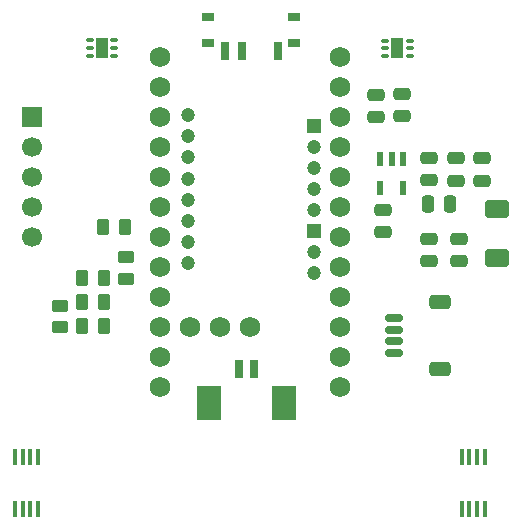
<source format=gbr>
%TF.GenerationSoftware,KiCad,Pcbnew,9.0.5*%
%TF.CreationDate,2025-10-27T23:23:53+01:00*%
%TF.ProjectId,mouse,6d6f7573-652e-46b6-9963-61645f706362,rev?*%
%TF.SameCoordinates,Original*%
%TF.FileFunction,Soldermask,Top*%
%TF.FilePolarity,Negative*%
%FSLAX46Y46*%
G04 Gerber Fmt 4.6, Leading zero omitted, Abs format (unit mm)*
G04 Created by KiCad (PCBNEW 9.0.5) date 2025-10-27 23:23:53*
%MOMM*%
%LPD*%
G01*
G04 APERTURE LIST*
G04 Aperture macros list*
%AMRoundRect*
0 Rectangle with rounded corners*
0 $1 Rounding radius*
0 $2 $3 $4 $5 $6 $7 $8 $9 X,Y pos of 4 corners*
0 Add a 4 corners polygon primitive as box body*
4,1,4,$2,$3,$4,$5,$6,$7,$8,$9,$2,$3,0*
0 Add four circle primitives for the rounded corners*
1,1,$1+$1,$2,$3*
1,1,$1+$1,$4,$5*
1,1,$1+$1,$6,$7*
1,1,$1+$1,$8,$9*
0 Add four rect primitives between the rounded corners*
20,1,$1+$1,$2,$3,$4,$5,0*
20,1,$1+$1,$4,$5,$6,$7,0*
20,1,$1+$1,$6,$7,$8,$9,0*
20,1,$1+$1,$8,$9,$2,$3,0*%
G04 Aperture macros list end*
%ADD10RoundRect,0.287778X-0.714222X0.489222X-0.714222X-0.489222X0.714222X-0.489222X0.714222X0.489222X0*%
%ADD11R,0.450000X1.400000*%
%ADD12C,1.200000*%
%ADD13R,1.200000X1.200000*%
%ADD14RoundRect,0.250000X-0.450000X0.262500X-0.450000X-0.262500X0.450000X-0.262500X0.450000X0.262500X0*%
%ADD15R,1.700000X1.700000*%
%ADD16C,1.700000*%
%ADD17RoundRect,0.250000X0.475000X-0.250000X0.475000X0.250000X-0.475000X0.250000X-0.475000X-0.250000X0*%
%ADD18RoundRect,0.250000X-0.475000X0.250000X-0.475000X-0.250000X0.475000X-0.250000X0.475000X0.250000X0*%
%ADD19RoundRect,0.250000X-0.262500X-0.450000X0.262500X-0.450000X0.262500X0.450000X-0.262500X0.450000X0*%
%ADD20RoundRect,0.250000X0.262500X0.450000X-0.262500X0.450000X-0.262500X-0.450000X0.262500X-0.450000X0*%
%ADD21R,0.700000X1.500000*%
%ADD22R,1.000000X0.800000*%
%ADD23R,0.800000X1.600000*%
%ADD24R,2.100000X3.000000*%
%ADD25RoundRect,0.250000X-0.250000X-0.475000X0.250000X-0.475000X0.250000X0.475000X-0.250000X0.475000X0*%
%ADD26RoundRect,0.150000X0.625000X-0.150000X0.625000X0.150000X-0.625000X0.150000X-0.625000X-0.150000X0*%
%ADD27RoundRect,0.250000X0.650000X-0.350000X0.650000X0.350000X-0.650000X0.350000X-0.650000X-0.350000X0*%
%ADD28RoundRect,0.075000X-0.247500X-0.075000X0.247500X-0.075000X0.247500X0.075000X-0.247500X0.075000X0*%
%ADD29R,1.010000X1.700000*%
%ADD30R,0.600000X1.250000*%
%ADD31C,1.752600*%
G04 APERTURE END LIST*
D10*
%TO.C,SW1*%
X204400000Y-95000000D03*
X204400000Y-99150000D03*
%TD*%
D11*
%TO.C,3DHALL1*%
X165575000Y-116000000D03*
X164925000Y-116000000D03*
X164275000Y-116000000D03*
X163625000Y-116000000D03*
X163625000Y-120400000D03*
X164275000Y-120400000D03*
X164925000Y-120400000D03*
X165575000Y-120400000D03*
%TD*%
D12*
%TO.C,OpticalSensor1*%
X188950000Y-100420001D03*
X188950000Y-98640001D03*
D13*
X188950000Y-96860001D03*
D12*
X188950000Y-95080001D03*
X188950000Y-93300001D03*
X188950000Y-91520001D03*
X188950000Y-89740002D03*
D13*
X188950000Y-87960002D03*
D12*
X178250000Y-87070001D03*
X178250000Y-88850001D03*
X178250000Y-90630001D03*
X178250000Y-92410001D03*
X178250000Y-94190001D03*
X178250000Y-95970001D03*
X178250000Y-97750000D03*
X178249999Y-99530001D03*
%TD*%
D14*
%TO.C,RLED5*%
X167400000Y-103187500D03*
X167400000Y-105012500D03*
%TD*%
D15*
%TO.C,J1*%
X165100000Y-87200000D03*
D16*
X165100000Y-89740000D03*
X165100000Y-92280000D03*
X165100000Y-94820000D03*
X165100000Y-97360000D03*
%TD*%
D17*
%TO.C,C4*%
X196400000Y-87150000D03*
X196400000Y-85250000D03*
%TD*%
D18*
%TO.C,C2*%
X201200000Y-97500000D03*
X201200000Y-99400000D03*
%TD*%
D11*
%TO.C,3DHALL2*%
X203375000Y-116000000D03*
X202725000Y-116000000D03*
X202075000Y-116000000D03*
X201425000Y-116000000D03*
X201425000Y-120400000D03*
X202075000Y-120400000D03*
X202725000Y-120400000D03*
X203375000Y-120400000D03*
%TD*%
D17*
%TO.C,C6*%
X203200000Y-92600000D03*
X203200000Y-90700000D03*
%TD*%
D14*
%TO.C,RLED1*%
X173000000Y-99087500D03*
X173000000Y-100912500D03*
%TD*%
D19*
%TO.C,RLED3*%
X169287500Y-102900000D03*
X171112500Y-102900000D03*
%TD*%
D20*
%TO.C,RLED2*%
X171112500Y-100800000D03*
X169287500Y-100800000D03*
%TD*%
D21*
%TO.C,Switch1*%
X185870000Y-81595000D03*
X182870000Y-81595000D03*
X181370000Y-81595000D03*
D22*
X187270000Y-80945000D03*
X187270000Y-78745000D03*
X179970000Y-80945000D03*
X179970000Y-78745000D03*
%TD*%
D17*
%TO.C,C7*%
X198700000Y-92550000D03*
X198700000Y-90650000D03*
%TD*%
D23*
%TO.C,J3*%
X182625000Y-108500000D03*
X183875000Y-108500000D03*
D24*
X180075000Y-111400000D03*
X186425000Y-111400000D03*
%TD*%
D20*
%TO.C,R1*%
X172912500Y-96500000D03*
X171087500Y-96500000D03*
%TD*%
D18*
%TO.C,C8*%
X194750000Y-95050000D03*
X194750000Y-96950000D03*
%TD*%
D17*
%TO.C,C3*%
X194200000Y-87200000D03*
X194200000Y-85300000D03*
%TD*%
D25*
%TO.C,C9*%
X198550000Y-94600000D03*
X200450000Y-94600000D03*
%TD*%
D26*
%TO.C,J2*%
X195700000Y-107200000D03*
X195700000Y-106200000D03*
X195700000Y-105200000D03*
X195700000Y-104200000D03*
D27*
X199575000Y-108500000D03*
X199575000Y-102900000D03*
%TD*%
D28*
%TO.C,HALL2*%
X169972453Y-80724918D03*
X169972453Y-81374918D03*
X169972453Y-82024918D03*
X172027453Y-82024918D03*
X172027453Y-81374918D03*
X172027453Y-80724918D03*
D29*
X170999953Y-81374918D03*
%TD*%
D30*
%TO.C,LDO1.9*%
X196450000Y-90750000D03*
X195500000Y-90750000D03*
X194550000Y-90750000D03*
X194550000Y-93250000D03*
X196450000Y-93250000D03*
%TD*%
D31*
%TO.C,U2*%
X175880000Y-82140000D03*
X175880000Y-84680000D03*
X175880000Y-87220000D03*
X175880000Y-89760000D03*
X175880000Y-92300000D03*
X175880000Y-94840000D03*
X175880000Y-97380000D03*
X175880000Y-99920000D03*
X175880000Y-102460000D03*
X175880000Y-105000000D03*
X175880000Y-107540000D03*
X175880000Y-110080000D03*
X191120000Y-110080000D03*
X191120000Y-107540000D03*
X191120000Y-105000000D03*
X191120000Y-102460000D03*
X191120000Y-99920000D03*
X191120000Y-97380000D03*
X191120000Y-94840000D03*
X191120000Y-92300000D03*
X191120000Y-89760000D03*
X191120000Y-87220000D03*
X191120000Y-84680000D03*
X191120000Y-82140000D03*
X178420000Y-105000000D03*
X180960000Y-105000000D03*
X183500000Y-105000000D03*
%TD*%
D18*
%TO.C,C1*%
X198700000Y-97500000D03*
X198700000Y-99400000D03*
%TD*%
D20*
%TO.C,RLED4*%
X171112500Y-104900000D03*
X169287500Y-104900000D03*
%TD*%
D28*
%TO.C,HALL1*%
X194972500Y-80750000D03*
X194972500Y-81400000D03*
X194972500Y-82050000D03*
X197027500Y-82050000D03*
X197027500Y-81400000D03*
X197027500Y-80750000D03*
D29*
X196000000Y-81400000D03*
%TD*%
D17*
%TO.C,C5*%
X200950000Y-92600000D03*
X200950000Y-90700000D03*
%TD*%
M02*

</source>
